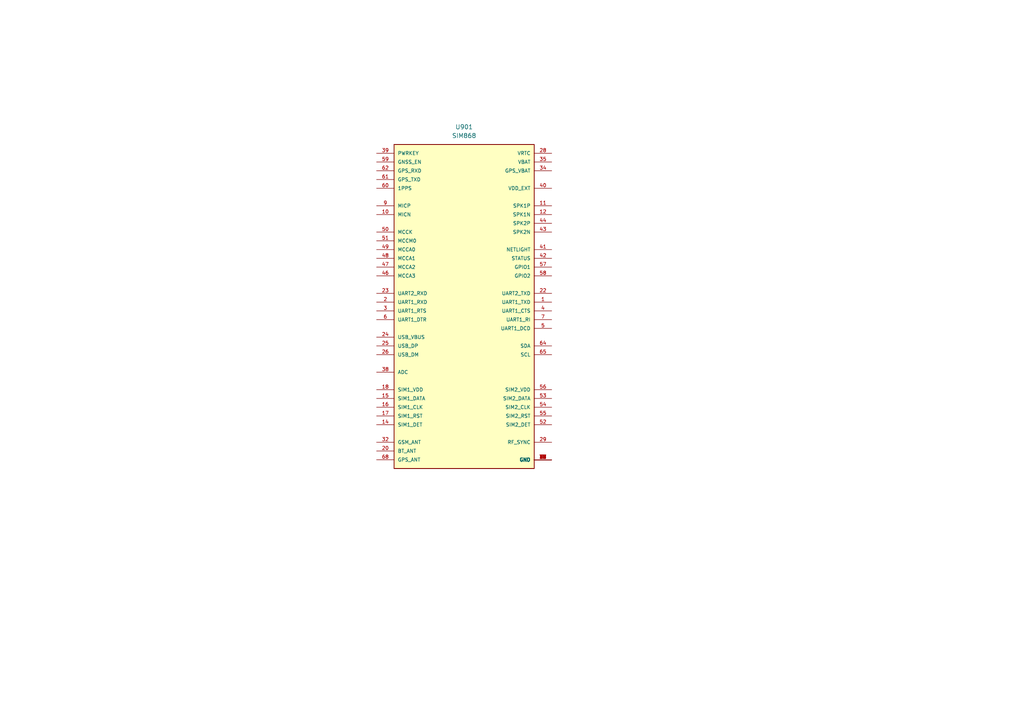
<source format=kicad_sch>
(kicad_sch (version 20231120) (generator "eeschema") (generator_version "8.0")
  (paper "A4")
  (title_block (title "Pouch 2") (date "2024-08-30") (company "Frankfurt University") (comment 2 "Author: Leon Schnieber"))
  (lib_symbols
    (symbol "SIM868:SIM868" (pin_names (offset 1.016))
      (property "Reference" "U" (at -20.3454 45.7708 0))
      (property "Value" "SIM868" (at -20.3454 -50.8508 0))
      (symbol "SIM868_0_0"
        (rectangle (start -20.32 -48.26) (end 20.32 45.72) (stroke (width 0.254)) (fill (type background)))
        (pin output line (at 25.4 0 180) (length 5.08) (name "UART1_TXD") (number "1"))
        (pin input line (at -25.4 25.4 0) (length 5.08) (name "MICN") (number "10"))
        (pin output line (at 25.4 27.94 180) (length 5.08) (name "SPK1P") (number "11"))
        (pin output line (at 25.4 25.4 180) (length 5.08) (name "SPK1N") (number "12"))
        (pin power_in line (at 25.4 -45.72 180) (length 5.08) (name "GND") (number "13"))
        (pin input line (at -25.4 -35.56 0) (length 5.08) (name "SIM1_DET") (number "14"))
        (pin bidirectional line (at -25.4 -27.94 0) (length 5.08) (name "SIM1_DATA") (number "15"))
        (pin output line (at -25.4 -30.48 0) (length 5.08) (name "SIM1_CLK") (number "16"))
        (pin output line (at -25.4 -33.02 0) (length 5.08) (name "SIM1_RST") (number "17"))
        (pin output line (at -25.4 -25.4 0) (length 5.08) (name "SIM1_VDD") (number "18"))
        (pin power_in line (at 25.4 -45.72 180) (length 5.08) (name "GND") (number "19"))
        (pin input line (at -25.4 0 0) (length 5.08) (name "UART1_RXD") (number "2"))
        (pin bidirectional line (at -25.4 -43.18 0) (length 5.08) (name "BT_ANT") (number "20"))
        (pin power_in line (at 25.4 -45.72 180) (length 5.08) (name "GND") (number "21"))
        (pin output line (at 25.4 2.54 180) (length 5.08) (name "UART2_TXD") (number "22"))
        (pin input line (at -25.4 2.54 0) (length 5.08) (name "UART2_RXD") (number "23"))
        (pin input line (at -25.4 -10.16 0) (length 5.08) (name "USB_VBUS") (number "24"))
        (pin bidirectional line (at -25.4 -12.7 0) (length 5.08) (name "USB_DP") (number "25"))
        (pin bidirectional line (at -25.4 -15.24 0) (length 5.08) (name "USB_DM") (number "26"))
        (pin power_in line (at 25.4 -45.72 180) (length 5.08) (name "GND") (number "27"))
        (pin power_in line (at 25.4 43.18 180) (length 5.08) (name "VRTC") (number "28"))
        (pin output line (at 25.4 -40.64 180) (length 5.08) (name "RF_SYNC") (number "29"))
        (pin input line (at -25.4 -2.54 0) (length 5.08) (name "UART1_RTS") (number "3"))
        (pin power_in line (at 25.4 -45.72 180) (length 5.08) (name "GND") (number "30"))
        (pin power_in line (at 25.4 -45.72 180) (length 5.08) (name "GND") (number "31"))
        (pin bidirectional line (at -25.4 -40.64 0) (length 5.08) (name "GSM_ANT") (number "32"))
        (pin power_in line (at 25.4 -45.72 180) (length 5.08) (name "GND") (number "33"))
        (pin power_in line (at 25.4 38.1 180) (length 5.08) (name "GPS_VBAT") (number "34"))
        (pin power_in line (at 25.4 40.64 180) (length 5.08) (name "VBAT") (number "35"))
        (pin power_in line (at 25.4 -45.72 180) (length 5.08) (name "GND") (number "36"))
        (pin power_in line (at 25.4 -45.72 180) (length 5.08) (name "GND") (number "37"))
        (pin input line (at -25.4 -20.32 0) (length 5.08) (name "ADC") (number "38"))
        (pin input line (at -25.4 43.18 0) (length 5.08) (name "PWRKEY") (number "39"))
        (pin output line (at 25.4 -2.54 180) (length 5.08) (name "UART1_CTS") (number "4"))
        (pin output line (at 25.4 33.02 180) (length 5.08) (name "VDD_EXT") (number "40"))
        (pin output line (at 25.4 15.24 180) (length 5.08) (name "NETLIGHT") (number "41"))
        (pin output line (at 25.4 12.7 180) (length 5.08) (name "STATUS") (number "42"))
        (pin output line (at 25.4 20.32 180) (length 5.08) (name "SPK2N") (number "43"))
        (pin output line (at 25.4 22.86 180) (length 5.08) (name "SPK2P") (number "44"))
        (pin power_in line (at 25.4 -45.72 180) (length 5.08) (name "GND") (number "45"))
        (pin bidirectional line (at -25.4 7.62 0) (length 5.08) (name "MCCA3") (number "46"))
        (pin bidirectional line (at -25.4 10.16 0) (length 5.08) (name "MCCA2") (number "47"))
        (pin bidirectional line (at -25.4 12.7 0) (length 5.08) (name "MCCA1") (number "48"))
        (pin bidirectional line (at -25.4 15.24 0) (length 5.08) (name "MCCA0") (number "49"))
        (pin output line (at 25.4 -7.62 180) (length 5.08) (name "UART1_DCD") (number "5"))
        (pin bidirectional line (at -25.4 20.32 0) (length 5.08) (name "MCCK") (number "50"))
        (pin bidirectional line (at -25.4 17.78 0) (length 5.08) (name "MCCM0") (number "51"))
        (pin input line (at 25.4 -35.56 180) (length 5.08) (name "SIM2_DET") (number "52"))
        (pin bidirectional line (at 25.4 -27.94 180) (length 5.08) (name "SIM2_DATA") (number "53"))
        (pin output line (at 25.4 -30.48 180) (length 5.08) (name "SIM2_CLK") (number "54"))
        (pin output line (at 25.4 -33.02 180) (length 5.08) (name "SIM2_RST") (number "55"))
        (pin output line (at 25.4 -25.4 180) (length 5.08) (name "SIM2_VDD") (number "56"))
        (pin bidirectional line (at 25.4 10.16 180) (length 5.08) (name "GPIO1") (number "57"))
        (pin bidirectional line (at 25.4 7.62 180) (length 5.08) (name "GPIO2") (number "58"))
        (pin input line (at -25.4 40.64 0) (length 5.08) (name "GNSS_EN") (number "59"))
        (pin input line (at -25.4 -5.08 0) (length 5.08) (name "UART1_DTR") (number "6"))
        (pin output line (at -25.4 33.02 0) (length 5.08) (name "1PPS") (number "60"))
        (pin output line (at -25.4 35.56 0) (length 5.08) (name "GPS_TXD") (number "61"))
        (pin input line (at -25.4 38.1 0) (length 5.08) (name "GPS_RXD") (number "62"))
        (pin power_in line (at 25.4 -45.72 180) (length 5.08) (name "GND") (number "63"))
        (pin bidirectional line (at 25.4 -12.7 180) (length 5.08) (name "SDA") (number "64"))
        (pin output line (at 25.4 -15.24 180) (length 5.08) (name "SCL") (number "65"))
        (pin power_in line (at 25.4 -45.72 180) (length 5.08) (name "GND") (number "66"))
        (pin power_in line (at 25.4 -45.72 180) (length 5.08) (name "GND") (number "67"))
        (pin input line (at -25.4 -45.72 0) (length 5.08) (name "GPS_ANT") (number "68"))
        (pin power_in line (at 25.4 -45.72 180) (length 5.08) (name "GND") (number "69"))
        (pin output line (at 25.4 -5.08 180) (length 5.08) (name "UART1_RI") (number "7"))
        (pin power_in line (at 25.4 -45.72 180) (length 5.08) (name "GND") (number "70"))
        (pin power_in line (at 25.4 -45.72 180) (length 5.08) (name "GND") (number "71"))
        (pin power_in line (at 25.4 -45.72 180) (length 5.08) (name "GND") (number "72"))
        (pin power_in line (at 25.4 -45.72 180) (length 5.08) (name "GND") (number "73"))
        (pin power_in line (at 25.4 -45.72 180) (length 5.08) (name "GND") (number "74"))
        (pin power_in line (at 25.4 -45.72 180) (length 5.08) (name "GND") (number "75"))
        (pin power_in line (at 25.4 -45.72 180) (length 5.08) (name "GND") (number "76"))
        (pin power_in line (at 25.4 -45.72 180) (length 5.08) (name "GND") (number "77"))
        (pin power_in line (at 25.4 -45.72 180) (length 5.08) (name "GND") (number "8"))
        (pin input line (at -25.4 27.94 0) (length 5.08) (name "MICP") (number "9"))
      )
    )
  )
  (symbol (lib_id "SIM868:SIM868") (at 134.62 87.63 0) (unit 1)
    (property "Reference" "U901" (at 134.62 36.83 0))
    (property "Value" "SIM868" (at 134.62 39.37 0))
    (property "Footprint" "SIM868:XCVR_SIM868" (effects (hide yes)))
    (property "MANUFACTURER" "SimCom" (effects (hide yes)))
  )
)
</source>
